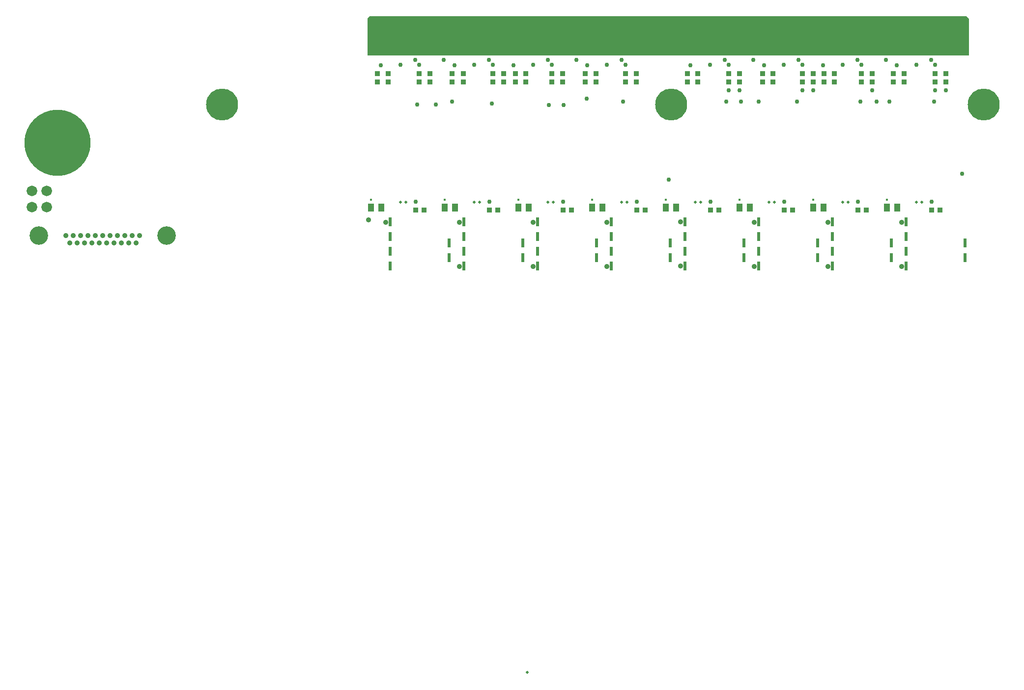
<source format=gts>
G04 Layer_Color=8388736*
%FSLAX25Y25*%
%MOIN*%
G70*
G01*
G75*
%ADD10R,0.03800X0.03200*%
%ADD11R,0.03850X0.05200*%
%ADD14R,0.03200X0.03800*%
%ADD15C,0.02000*%
%ADD16R,0.02000X0.06000*%
%ADD17R,0.07000X0.25000*%
%ADD23C,0.03500*%
%ADD24C,0.45000*%
%ADD26C,0.21700*%
%ADD27C,0.12598*%
%ADD28C,0.03000*%
%ADD55C,0.01500*%
%ADD56C,0.07200*%
G36*
X526500Y175500D02*
X526500Y175500D01*
Y150500D01*
X118500D01*
Y175500D01*
X118500Y175500D01*
X120000Y177000D01*
X525000D01*
X526500Y175500D01*
D02*
G37*
D10*
X293600Y132500D02*
D03*
X300900D02*
D03*
X243600D02*
D03*
X250900D02*
D03*
X203600D02*
D03*
X210900D02*
D03*
X482494D02*
D03*
Y138100D02*
D03*
X160900Y132500D02*
D03*
Y138100D02*
D03*
X210900D02*
D03*
X203600D02*
D03*
X510900Y132500D02*
D03*
Y138100D02*
D03*
X503600D02*
D03*
Y132500D02*
D03*
X243600Y138100D02*
D03*
X250900D02*
D03*
X293600D02*
D03*
X300900D02*
D03*
X363600D02*
D03*
Y132500D02*
D03*
X370900D02*
D03*
Y138100D02*
D03*
X413600D02*
D03*
Y132500D02*
D03*
X420900D02*
D03*
Y138100D02*
D03*
X453600D02*
D03*
Y132500D02*
D03*
X460900D02*
D03*
Y138100D02*
D03*
X125322Y132500D02*
D03*
Y138100D02*
D03*
X175955Y132500D02*
D03*
Y138100D02*
D03*
X218820Y132500D02*
D03*
Y138100D02*
D03*
X266249Y132500D02*
D03*
Y138100D02*
D03*
X335502Y132500D02*
D03*
Y138100D02*
D03*
X386484Y132500D02*
D03*
Y138100D02*
D03*
X428148Y132500D02*
D03*
Y138100D02*
D03*
X475316Y132500D02*
D03*
Y138100D02*
D03*
X132500Y132500D02*
D03*
Y138100D02*
D03*
X183445Y132500D02*
D03*
Y138100D02*
D03*
X225809Y132500D02*
D03*
Y138100D02*
D03*
X273488Y132500D02*
D03*
Y138100D02*
D03*
X342741Y132500D02*
D03*
Y138100D02*
D03*
X393472Y132500D02*
D03*
Y138100D02*
D03*
X435155Y132500D02*
D03*
Y138100D02*
D03*
X153600D02*
D03*
Y132500D02*
D03*
D11*
X427962Y46928D02*
D03*
X420962D02*
D03*
X370962D02*
D03*
X377962D02*
D03*
X328000Y47000D02*
D03*
X321000D02*
D03*
X271000Y46965D02*
D03*
X278000D02*
D03*
X227962Y46928D02*
D03*
X220962D02*
D03*
X171000Y46965D02*
D03*
X178000D02*
D03*
X127962Y46928D02*
D03*
X120962D02*
D03*
X471000Y46965D02*
D03*
X478000D02*
D03*
D14*
X501200Y45500D02*
D03*
X506800D02*
D03*
X251200D02*
D03*
X256800D02*
D03*
X301200D02*
D03*
X306800D02*
D03*
X351200D02*
D03*
X356800D02*
D03*
X401200D02*
D03*
X406800D02*
D03*
X451200D02*
D03*
X456800D02*
D03*
X151200D02*
D03*
X156800D02*
D03*
X201200D02*
D03*
X206800D02*
D03*
D15*
X226891Y-268458D02*
D03*
X144500Y50600D02*
D03*
X194500D02*
D03*
X244500D02*
D03*
X294500Y50635D02*
D03*
X341000D02*
D03*
X344500D02*
D03*
X394500Y50600D02*
D03*
X441000Y50635D02*
D03*
X444500D02*
D03*
X491000D02*
D03*
X494500D02*
D03*
X141000Y50600D02*
D03*
X291000Y50635D02*
D03*
X191000Y50600D02*
D03*
X241000D02*
D03*
X391000D02*
D03*
D16*
X184000Y37401D02*
D03*
X224000Y13000D02*
D03*
Y23000D02*
D03*
X184000Y27401D02*
D03*
Y17401D02*
D03*
Y7401D02*
D03*
X284000D02*
D03*
Y17401D02*
D03*
Y27401D02*
D03*
X324000Y23000D02*
D03*
Y13000D02*
D03*
X284000Y37401D02*
D03*
X334000D02*
D03*
X374000Y13000D02*
D03*
Y23000D02*
D03*
X334000Y27401D02*
D03*
Y17401D02*
D03*
Y7401D02*
D03*
X384000D02*
D03*
Y17401D02*
D03*
Y27401D02*
D03*
X424000Y23000D02*
D03*
Y13000D02*
D03*
X384000Y37401D02*
D03*
X434000D02*
D03*
X474000Y13000D02*
D03*
Y23000D02*
D03*
X434000Y27401D02*
D03*
Y17401D02*
D03*
Y7401D02*
D03*
X484000D02*
D03*
Y17401D02*
D03*
Y27401D02*
D03*
X524000Y23000D02*
D03*
Y13000D02*
D03*
X484000Y37401D02*
D03*
X234000D02*
D03*
X274000Y13000D02*
D03*
Y23000D02*
D03*
X234000Y27401D02*
D03*
Y17401D02*
D03*
Y7401D02*
D03*
X134000D02*
D03*
Y17401D02*
D03*
Y27401D02*
D03*
X174000Y23000D02*
D03*
Y13000D02*
D03*
X134000Y37401D02*
D03*
D17*
X517500Y163500D02*
D03*
X507500D02*
D03*
X497500D02*
D03*
X487500D02*
D03*
X477500D02*
D03*
X467500D02*
D03*
X457500D02*
D03*
X447500D02*
D03*
X437500D02*
D03*
X427500D02*
D03*
X417500D02*
D03*
X407500D02*
D03*
X397500D02*
D03*
X387500D02*
D03*
X377500D02*
D03*
X367500D02*
D03*
X357500D02*
D03*
X347500D02*
D03*
X337500D02*
D03*
X327500D02*
D03*
X317500D02*
D03*
X307500D02*
D03*
X297500D02*
D03*
X287500D02*
D03*
X277500D02*
D03*
X267500D02*
D03*
X257500D02*
D03*
X247500D02*
D03*
X237500D02*
D03*
X227500D02*
D03*
X217500D02*
D03*
X207500D02*
D03*
X197500D02*
D03*
X187500D02*
D03*
X177500D02*
D03*
X167500D02*
D03*
X157500D02*
D03*
X137500D02*
D03*
X127500D02*
D03*
X147500D02*
D03*
D23*
X-36006Y28158D02*
D03*
X-83506Y23158D02*
D03*
X-78506D02*
D03*
X-73506D02*
D03*
X-68506D02*
D03*
X-63506D02*
D03*
X-58506D02*
D03*
X-53506D02*
D03*
X-48506D02*
D03*
X-43506D02*
D03*
X-38506D02*
D03*
X-41006Y28158D02*
D03*
X-46006D02*
D03*
X-51006D02*
D03*
X-56006D02*
D03*
X-61006D02*
D03*
X-66006D02*
D03*
X-71006D02*
D03*
X-76006D02*
D03*
X-81006D02*
D03*
X-86006D02*
D03*
X480874Y37200D02*
D03*
Y7200D02*
D03*
X430837Y37162D02*
D03*
Y7162D02*
D03*
X380837Y37162D02*
D03*
Y7162D02*
D03*
X330874Y37234D02*
D03*
Y7234D02*
D03*
X280874Y37200D02*
D03*
Y7200D02*
D03*
X230837Y7162D02*
D03*
X180837D02*
D03*
X230837Y37162D02*
D03*
X180837D02*
D03*
X130837D02*
D03*
X119266Y38787D02*
D03*
D24*
X-91706Y91055D02*
D03*
D26*
X324500Y117000D02*
D03*
X20000D02*
D03*
X536500D02*
D03*
D27*
X-17756Y28158D02*
D03*
X-104256D02*
D03*
D28*
X291000Y147400D02*
D03*
X241000D02*
D03*
X201000D02*
D03*
X151000D02*
D03*
X510900Y126700D02*
D03*
X501000Y147400D02*
D03*
X503600Y126700D02*
D03*
X451000Y147400D02*
D03*
X460900Y126700D02*
D03*
X363600D02*
D03*
X370900D02*
D03*
X361000Y147400D02*
D03*
X372000Y119068D02*
D03*
X491000Y143900D02*
D03*
X441000D02*
D03*
X401000D02*
D03*
X351000D02*
D03*
X281000D02*
D03*
X231000D02*
D03*
X191000D02*
D03*
X141000D02*
D03*
X413600Y126700D02*
D03*
X420900D02*
D03*
X411000Y147400D02*
D03*
X292000Y119068D02*
D03*
X410000Y119026D02*
D03*
X453600Y143900D02*
D03*
X413600D02*
D03*
X363600D02*
D03*
X293600D02*
D03*
X243600D02*
D03*
X503600D02*
D03*
X203600D02*
D03*
X153600D02*
D03*
X501200Y51100D02*
D03*
X451200D02*
D03*
X401200D02*
D03*
X177500Y143600D02*
D03*
X217500D02*
D03*
X267500D02*
D03*
X337500D02*
D03*
X387500D02*
D03*
X427500D02*
D03*
X477500D02*
D03*
X453041Y119068D02*
D03*
X503041D02*
D03*
X362000D02*
D03*
X170116Y147300D02*
D03*
X260116D02*
D03*
X380116D02*
D03*
X470116D02*
D03*
X175959Y119068D02*
D03*
X383800D02*
D03*
X464000D02*
D03*
X472500D02*
D03*
X522000Y70000D02*
D03*
X127500Y143600D02*
D03*
X351162Y51062D02*
D03*
X267147Y121065D02*
D03*
X202830Y117803D02*
D03*
X152109Y116907D02*
D03*
X164901D02*
D03*
X241566Y116595D02*
D03*
X251574Y116692D02*
D03*
X151200Y51100D02*
D03*
X201162Y51062D02*
D03*
X251200Y51100D02*
D03*
X301200Y51135D02*
D03*
X322757Y66139D02*
D03*
D55*
X427962Y46928D02*
D03*
X420992Y52219D02*
D03*
X370992D02*
D03*
X377962Y46928D02*
D03*
X328000Y47000D02*
D03*
X321030Y52292D02*
D03*
X271030Y52257D02*
D03*
X278000Y46965D02*
D03*
X227962Y46928D02*
D03*
X220992Y52219D02*
D03*
X171030Y52257D02*
D03*
X178000Y46965D02*
D03*
X127962Y46928D02*
D03*
X120992Y52219D02*
D03*
X471030Y52257D02*
D03*
X478000Y46965D02*
D03*
D56*
X-98985Y58232D02*
D03*
X-108985D02*
D03*
X-98985Y47338D02*
D03*
X-108985D02*
D03*
M02*

</source>
